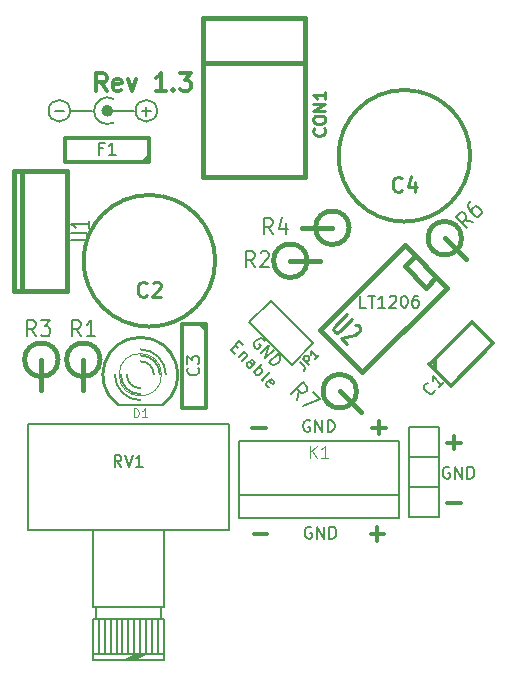
<source format=gto>
G04 (created by PCBNEW (2013-07-07 BZR 4022)-stable) date 14/09/2014 21:51:55*
%MOIN*%
G04 Gerber Fmt 3.4, Leading zero omitted, Abs format*
%FSLAX34Y34*%
G01*
G70*
G90*
G04 APERTURE LIST*
%ADD10C,0.00590551*%
%ADD11C,0.00787402*%
%ADD12C,0.019685*%
%ADD13C,0.011811*%
%ADD14C,0.015*%
%ADD15C,0.006*%
%ADD16C,0.008*%
%ADD17C,0.003*%
%ADD18C,0.01*%
%ADD19C,0.012*%
%ADD20C,0.0035*%
%ADD21C,0.01125*%
G04 APERTURE END LIST*
G54D10*
X48950Y-27709D02*
X49249Y-27709D01*
X51850Y-27709D02*
X52149Y-27709D01*
X52000Y-27859D02*
X52000Y-27559D01*
G54D11*
X49460Y-27700D02*
G75*
G03X49460Y-27700I-360J0D01*
G74*
G01*
X52360Y-27700D02*
G75*
G03X52360Y-27700I-360J0D01*
G74*
G01*
X50900Y-27700D02*
X51600Y-27700D01*
X50200Y-27700D02*
X49500Y-27700D01*
G54D12*
X50800Y-27700D02*
G75*
G03X50800Y-27700I-100J0D01*
G74*
G01*
G54D11*
X50912Y-27306D02*
G75*
G03X50900Y-28099I-212J-393D01*
G74*
G01*
G54D13*
X50676Y-27039D02*
X50479Y-26757D01*
X50339Y-27039D02*
X50339Y-26448D01*
X50564Y-26448D01*
X50620Y-26476D01*
X50648Y-26504D01*
X50676Y-26560D01*
X50676Y-26645D01*
X50648Y-26701D01*
X50620Y-26729D01*
X50564Y-26757D01*
X50339Y-26757D01*
X51154Y-27010D02*
X51098Y-27039D01*
X50986Y-27039D01*
X50929Y-27010D01*
X50901Y-26954D01*
X50901Y-26729D01*
X50929Y-26673D01*
X50986Y-26645D01*
X51098Y-26645D01*
X51154Y-26673D01*
X51182Y-26729D01*
X51182Y-26785D01*
X50901Y-26842D01*
X51379Y-26645D02*
X51520Y-27039D01*
X51660Y-26645D01*
X52645Y-27039D02*
X52307Y-27039D01*
X52476Y-27039D02*
X52476Y-26448D01*
X52420Y-26532D01*
X52364Y-26589D01*
X52307Y-26617D01*
X52898Y-26982D02*
X52926Y-27010D01*
X52898Y-27039D01*
X52870Y-27010D01*
X52898Y-26982D01*
X52898Y-27039D01*
X53123Y-26448D02*
X53488Y-26448D01*
X53292Y-26673D01*
X53376Y-26673D01*
X53432Y-26701D01*
X53460Y-26729D01*
X53488Y-26785D01*
X53488Y-26926D01*
X53460Y-26982D01*
X53432Y-27010D01*
X53376Y-27039D01*
X53207Y-27039D01*
X53151Y-27010D01*
X53123Y-26982D01*
G54D10*
X59321Y-34259D02*
X59134Y-34259D01*
X59134Y-33865D01*
X59396Y-33865D02*
X59621Y-33865D01*
X59509Y-34259D02*
X59509Y-33865D01*
X59959Y-34259D02*
X59734Y-34259D01*
X59846Y-34259D02*
X59846Y-33865D01*
X59809Y-33921D01*
X59771Y-33959D01*
X59734Y-33978D01*
X60109Y-33903D02*
X60128Y-33884D01*
X60165Y-33865D01*
X60259Y-33865D01*
X60296Y-33884D01*
X60315Y-33903D01*
X60334Y-33940D01*
X60334Y-33978D01*
X60315Y-34034D01*
X60090Y-34259D01*
X60334Y-34259D01*
X60578Y-33865D02*
X60615Y-33865D01*
X60653Y-33884D01*
X60671Y-33903D01*
X60690Y-33940D01*
X60709Y-34015D01*
X60709Y-34109D01*
X60690Y-34184D01*
X60671Y-34221D01*
X60653Y-34240D01*
X60615Y-34259D01*
X60578Y-34259D01*
X60540Y-34240D01*
X60521Y-34221D01*
X60503Y-34184D01*
X60484Y-34109D01*
X60484Y-34015D01*
X60503Y-33940D01*
X60521Y-33903D01*
X60540Y-33884D01*
X60578Y-33865D01*
X61046Y-33865D02*
X60971Y-33865D01*
X60934Y-33884D01*
X60915Y-33903D01*
X60878Y-33959D01*
X60859Y-34034D01*
X60859Y-34184D01*
X60878Y-34221D01*
X60896Y-34240D01*
X60934Y-34259D01*
X61009Y-34259D01*
X61046Y-34240D01*
X61065Y-34221D01*
X61084Y-34184D01*
X61084Y-34090D01*
X61065Y-34053D01*
X61046Y-34034D01*
X61009Y-34015D01*
X60934Y-34015D01*
X60896Y-34034D01*
X60878Y-34053D01*
X60859Y-34090D01*
X55940Y-35385D02*
X55927Y-35345D01*
X55887Y-35305D01*
X55834Y-35279D01*
X55781Y-35279D01*
X55741Y-35292D01*
X55675Y-35332D01*
X55635Y-35372D01*
X55595Y-35438D01*
X55582Y-35478D01*
X55582Y-35531D01*
X55608Y-35584D01*
X55635Y-35610D01*
X55688Y-35637D01*
X55714Y-35637D01*
X55807Y-35544D01*
X55754Y-35491D01*
X55807Y-35783D02*
X56086Y-35504D01*
X55966Y-35942D01*
X56245Y-35663D01*
X56099Y-36074D02*
X56377Y-35796D01*
X56444Y-35862D01*
X56470Y-35915D01*
X56470Y-35968D01*
X56457Y-36008D01*
X56417Y-36074D01*
X56377Y-36114D01*
X56311Y-36154D01*
X56271Y-36167D01*
X56218Y-36167D01*
X56165Y-36141D01*
X56099Y-36074D01*
X54971Y-35518D02*
X55064Y-35611D01*
X54958Y-35797D02*
X54826Y-35664D01*
X55104Y-35386D01*
X55237Y-35518D01*
X55263Y-35730D02*
X55078Y-35916D01*
X55237Y-35757D02*
X55263Y-35757D01*
X55303Y-35770D01*
X55343Y-35810D01*
X55356Y-35850D01*
X55343Y-35889D01*
X55197Y-36035D01*
X55449Y-36287D02*
X55595Y-36141D01*
X55608Y-36101D01*
X55595Y-36062D01*
X55541Y-36009D01*
X55502Y-35995D01*
X55462Y-36274D02*
X55422Y-36261D01*
X55356Y-36194D01*
X55343Y-36154D01*
X55356Y-36115D01*
X55382Y-36088D01*
X55422Y-36075D01*
X55462Y-36088D01*
X55528Y-36154D01*
X55568Y-36168D01*
X55581Y-36420D02*
X55860Y-36141D01*
X55754Y-36247D02*
X55793Y-36261D01*
X55846Y-36314D01*
X55860Y-36353D01*
X55860Y-36380D01*
X55846Y-36420D01*
X55767Y-36499D01*
X55727Y-36512D01*
X55701Y-36512D01*
X55661Y-36499D01*
X55608Y-36446D01*
X55595Y-36406D01*
X55873Y-36711D02*
X55860Y-36671D01*
X55873Y-36632D01*
X56112Y-36393D01*
X56098Y-36910D02*
X56058Y-36897D01*
X56005Y-36844D01*
X55992Y-36804D01*
X56005Y-36764D01*
X56112Y-36658D01*
X56151Y-36645D01*
X56191Y-36658D01*
X56244Y-36711D01*
X56257Y-36751D01*
X56244Y-36791D01*
X56218Y-36817D01*
X56058Y-36711D01*
G54D13*
X62025Y-40764D02*
X62474Y-40764D01*
G54D10*
X62100Y-39584D02*
X62062Y-39565D01*
X62006Y-39565D01*
X61950Y-39584D01*
X61912Y-39621D01*
X61893Y-39659D01*
X61875Y-39734D01*
X61875Y-39790D01*
X61893Y-39865D01*
X61912Y-39903D01*
X61950Y-39940D01*
X62006Y-39959D01*
X62043Y-39959D01*
X62100Y-39940D01*
X62118Y-39921D01*
X62118Y-39790D01*
X62043Y-39790D01*
X62287Y-39959D02*
X62287Y-39565D01*
X62512Y-39959D01*
X62512Y-39565D01*
X62699Y-39959D02*
X62699Y-39565D01*
X62793Y-39565D01*
X62849Y-39584D01*
X62887Y-39621D01*
X62906Y-39659D01*
X62924Y-39734D01*
X62924Y-39790D01*
X62906Y-39865D01*
X62887Y-39903D01*
X62849Y-39940D01*
X62793Y-39959D01*
X62699Y-39959D01*
G54D13*
X62025Y-38764D02*
X62474Y-38764D01*
X62250Y-38989D02*
X62250Y-38539D01*
X55525Y-38264D02*
X55974Y-38264D01*
G54D10*
X57450Y-38034D02*
X57412Y-38015D01*
X57356Y-38015D01*
X57300Y-38034D01*
X57262Y-38071D01*
X57243Y-38109D01*
X57225Y-38184D01*
X57225Y-38240D01*
X57243Y-38315D01*
X57262Y-38353D01*
X57300Y-38390D01*
X57356Y-38409D01*
X57393Y-38409D01*
X57450Y-38390D01*
X57468Y-38371D01*
X57468Y-38240D01*
X57393Y-38240D01*
X57637Y-38409D02*
X57637Y-38015D01*
X57862Y-38409D01*
X57862Y-38015D01*
X58049Y-38409D02*
X58049Y-38015D01*
X58143Y-38015D01*
X58199Y-38034D01*
X58237Y-38071D01*
X58256Y-38109D01*
X58274Y-38184D01*
X58274Y-38240D01*
X58256Y-38315D01*
X58237Y-38353D01*
X58199Y-38390D01*
X58143Y-38409D01*
X58049Y-38409D01*
G54D13*
X59525Y-38264D02*
X59974Y-38264D01*
X59750Y-38489D02*
X59750Y-38039D01*
X55575Y-41814D02*
X56024Y-41814D01*
G54D10*
X57500Y-41584D02*
X57462Y-41565D01*
X57406Y-41565D01*
X57350Y-41584D01*
X57312Y-41621D01*
X57293Y-41659D01*
X57275Y-41734D01*
X57275Y-41790D01*
X57293Y-41865D01*
X57312Y-41903D01*
X57350Y-41940D01*
X57406Y-41959D01*
X57443Y-41959D01*
X57500Y-41940D01*
X57518Y-41921D01*
X57518Y-41790D01*
X57443Y-41790D01*
X57687Y-41959D02*
X57687Y-41565D01*
X57912Y-41959D01*
X57912Y-41565D01*
X58099Y-41959D02*
X58099Y-41565D01*
X58193Y-41565D01*
X58249Y-41584D01*
X58287Y-41621D01*
X58306Y-41659D01*
X58324Y-41734D01*
X58324Y-41790D01*
X58306Y-41865D01*
X58287Y-41903D01*
X58249Y-41940D01*
X58193Y-41959D01*
X58099Y-41959D01*
G54D13*
X59475Y-41814D02*
X59924Y-41814D01*
X59700Y-42039D02*
X59700Y-41589D01*
G54D10*
X59226Y-40492D02*
X56273Y-40492D01*
X59226Y-41279D02*
X56273Y-41279D01*
X56273Y-41279D02*
X55092Y-41279D01*
X55092Y-41279D02*
X55092Y-40492D01*
X60407Y-40492D02*
X60407Y-41279D01*
X60407Y-41279D02*
X59226Y-41279D01*
X56273Y-40492D02*
X55092Y-40492D01*
X55092Y-40492D02*
X55092Y-38720D01*
X55092Y-38720D02*
X60407Y-38720D01*
X60407Y-38720D02*
X60407Y-40492D01*
X60407Y-40492D02*
X59226Y-40492D01*
G54D14*
X47850Y-33700D02*
X47600Y-33700D01*
X47600Y-33700D02*
X47600Y-29700D01*
X47600Y-29700D02*
X47850Y-29700D01*
X49350Y-33700D02*
X47850Y-33700D01*
X47850Y-33700D02*
X47850Y-29700D01*
X47850Y-29700D02*
X49350Y-29700D01*
X49350Y-29700D02*
X49350Y-33700D01*
X61946Y-31946D02*
X62653Y-32653D01*
X62505Y-31946D02*
G75*
G03X62505Y-31946I-559J0D01*
G74*
G01*
X58446Y-37046D02*
X59153Y-37753D01*
X59005Y-37046D02*
G75*
G03X59005Y-37046I-559J0D01*
G74*
G01*
X58200Y-31600D02*
X57200Y-31600D01*
X58759Y-31600D02*
G75*
G03X58759Y-31600I-559J0D01*
G74*
G01*
X56800Y-32700D02*
X57800Y-32700D01*
X57359Y-32700D02*
G75*
G03X57359Y-32700I-559J0D01*
G74*
G01*
X48500Y-36000D02*
X48500Y-37000D01*
X49059Y-36000D02*
G75*
G03X49059Y-36000I-559J0D01*
G74*
G01*
X49900Y-36000D02*
X49900Y-37000D01*
X50459Y-36000D02*
G75*
G03X50459Y-36000I-559J0D01*
G74*
G01*
G54D15*
X61750Y-39250D02*
X60750Y-39250D01*
X60750Y-38250D02*
X61750Y-38250D01*
X60750Y-39250D02*
X60750Y-38250D01*
X61750Y-38250D02*
X61750Y-39250D01*
X61750Y-40250D02*
X60750Y-40250D01*
X60750Y-39250D02*
X61750Y-39250D01*
X60750Y-40250D02*
X60750Y-39250D01*
X61750Y-39250D02*
X61750Y-40250D01*
X61750Y-41250D02*
X60750Y-41250D01*
X60750Y-40250D02*
X61750Y-40250D01*
X60750Y-41250D02*
X60750Y-40250D01*
X61750Y-40250D02*
X61750Y-41250D01*
G54D16*
X51050Y-37520D02*
X52550Y-37520D01*
G54D17*
X52507Y-36500D02*
G75*
G03X52507Y-36500I-707J0D01*
G74*
G01*
G54D18*
X52550Y-37499D02*
G75*
G03X51049Y-37499I-750J999D01*
G74*
G01*
G54D15*
X52250Y-36500D02*
G75*
G03X51800Y-36050I-450J0D01*
G74*
G01*
X51350Y-36500D02*
G75*
G03X51800Y-36950I450J0D01*
G74*
G01*
X52450Y-36500D02*
G75*
G03X51800Y-35850I-650J0D01*
G74*
G01*
X51150Y-36500D02*
G75*
G03X51800Y-37150I650J0D01*
G74*
G01*
X52650Y-36500D02*
G75*
G03X51800Y-35650I-850J0D01*
G74*
G01*
X50950Y-36500D02*
G75*
G03X51800Y-37350I850J0D01*
G74*
G01*
G54D14*
X57300Y-24900D02*
X57300Y-24600D01*
X57300Y-24600D02*
X53900Y-24600D01*
X53900Y-24600D02*
X53900Y-24900D01*
X57300Y-26100D02*
X53900Y-26100D01*
X57300Y-29900D02*
X53900Y-29900D01*
X53900Y-24900D02*
X53900Y-29900D01*
X57300Y-24900D02*
X57300Y-29900D01*
X61667Y-33239D02*
X61314Y-33592D01*
X61314Y-33592D02*
X60607Y-32885D01*
X60607Y-32885D02*
X60960Y-32532D01*
X62021Y-33592D02*
X59192Y-36421D01*
X59192Y-36421D02*
X57778Y-35007D01*
X57778Y-35007D02*
X60607Y-32178D01*
X60607Y-32178D02*
X62021Y-33592D01*
G54D19*
X54295Y-32700D02*
G75*
G03X54295Y-32700I-2195J0D01*
G74*
G01*
X62795Y-29200D02*
G75*
G03X62795Y-29200I-2195J0D01*
G74*
G01*
X52100Y-29400D02*
X49300Y-29400D01*
X49300Y-29400D02*
X49300Y-28600D01*
X49300Y-28600D02*
X52100Y-28600D01*
X52100Y-28600D02*
X52100Y-29400D01*
X52100Y-29200D02*
X51900Y-29400D01*
X54000Y-34800D02*
X54000Y-37600D01*
X54000Y-37600D02*
X53200Y-37600D01*
X53200Y-37600D02*
X53200Y-34800D01*
X53200Y-34800D02*
X54000Y-34800D01*
X53800Y-34800D02*
X54000Y-35000D01*
X61453Y-36139D02*
X62853Y-34739D01*
X62853Y-34739D02*
X63560Y-35446D01*
X63560Y-35446D02*
X62146Y-36860D01*
X62146Y-36860D02*
X61439Y-36153D01*
X61616Y-36330D02*
X61616Y-35976D01*
G54D10*
X52384Y-45810D02*
X52384Y-44629D01*
X52187Y-45810D02*
X52187Y-44629D01*
X51990Y-45810D02*
X51990Y-44629D01*
X51793Y-45810D02*
X51793Y-44629D01*
X51596Y-45810D02*
X51596Y-44629D01*
X51400Y-45810D02*
X51400Y-44629D01*
X51203Y-45810D02*
X51203Y-44629D01*
X51006Y-44629D02*
X51006Y-45810D01*
X50809Y-44629D02*
X50809Y-45810D01*
X50612Y-44629D02*
X50612Y-45810D01*
X50415Y-44629D02*
X50415Y-45810D01*
X52581Y-44235D02*
X52581Y-41676D01*
X52581Y-44629D02*
X52581Y-46007D01*
X50218Y-44629D02*
X50218Y-46007D01*
X50218Y-44235D02*
X50218Y-41676D01*
X50317Y-44235D02*
X50317Y-44629D01*
X52482Y-44235D02*
X52482Y-44629D01*
X50218Y-44235D02*
X52581Y-44235D01*
X50218Y-44629D02*
X52581Y-44629D01*
X51400Y-46007D02*
X51793Y-45810D01*
X51498Y-46007D02*
X51892Y-45810D01*
X51596Y-46007D02*
X51990Y-45810D01*
X51695Y-45810D02*
X51301Y-46007D01*
X50218Y-45810D02*
X52581Y-45810D01*
X50218Y-46007D02*
X52581Y-46007D01*
X51400Y-41676D02*
X54746Y-41676D01*
X54746Y-41676D02*
X54746Y-38133D01*
X54746Y-38133D02*
X48053Y-38133D01*
X48053Y-38133D02*
X48053Y-41676D01*
X48053Y-41676D02*
X51400Y-41676D01*
G54D15*
X55439Y-34746D02*
X56146Y-34039D01*
X56146Y-34039D02*
X57560Y-35453D01*
X57560Y-35453D02*
X56853Y-36160D01*
X56853Y-36160D02*
X55439Y-34746D01*
G54D20*
X57454Y-39261D02*
X57454Y-38861D01*
X57683Y-39261D02*
X57511Y-39033D01*
X57683Y-38861D02*
X57454Y-39090D01*
X58064Y-39261D02*
X57835Y-39261D01*
X57950Y-39261D02*
X57950Y-38861D01*
X57911Y-38919D01*
X57873Y-38957D01*
X57835Y-38976D01*
G54D16*
X49492Y-32004D02*
X49978Y-32004D01*
X50035Y-31985D01*
X50064Y-31966D01*
X50092Y-31928D01*
X50092Y-31852D01*
X50064Y-31814D01*
X50035Y-31795D01*
X49978Y-31776D01*
X49492Y-31776D01*
X50092Y-31376D02*
X50092Y-31604D01*
X50092Y-31490D02*
X49492Y-31490D01*
X49578Y-31528D01*
X49635Y-31566D01*
X49664Y-31604D01*
X62898Y-31416D02*
X62595Y-31348D01*
X62696Y-31618D02*
X62307Y-31229D01*
X62442Y-31094D01*
X62494Y-31079D01*
X62529Y-31081D01*
X62583Y-31101D01*
X62639Y-31157D01*
X62659Y-31210D01*
X62661Y-31246D01*
X62645Y-31298D01*
X62511Y-31433D01*
X62812Y-30724D02*
X62745Y-30791D01*
X62730Y-30843D01*
X62731Y-30879D01*
X62753Y-30968D01*
X62810Y-31059D01*
X62959Y-31207D01*
X63012Y-31227D01*
X63048Y-31229D01*
X63100Y-31214D01*
X63167Y-31146D01*
X63183Y-31094D01*
X63181Y-31059D01*
X63161Y-31005D01*
X63068Y-30912D01*
X63014Y-30892D01*
X62979Y-30891D01*
X62927Y-30906D01*
X62859Y-30973D01*
X62844Y-31025D01*
X62846Y-31061D01*
X62866Y-31114D01*
X57033Y-37348D02*
X57101Y-37045D01*
X56831Y-37146D02*
X57220Y-36757D01*
X57355Y-36892D01*
X57370Y-36944D01*
X57368Y-36979D01*
X57348Y-37033D01*
X57292Y-37089D01*
X57239Y-37109D01*
X57203Y-37111D01*
X57151Y-37095D01*
X57016Y-36961D01*
X57540Y-37077D02*
X57776Y-37313D01*
X57235Y-37550D01*
X56216Y-31822D02*
X56050Y-31560D01*
X55930Y-31822D02*
X55930Y-31272D01*
X56121Y-31272D01*
X56169Y-31298D01*
X56192Y-31325D01*
X56216Y-31377D01*
X56216Y-31455D01*
X56192Y-31508D01*
X56169Y-31534D01*
X56121Y-31560D01*
X55930Y-31560D01*
X56645Y-31455D02*
X56645Y-31822D01*
X56526Y-31246D02*
X56407Y-31639D01*
X56716Y-31639D01*
X55616Y-32922D02*
X55450Y-32660D01*
X55330Y-32922D02*
X55330Y-32372D01*
X55521Y-32372D01*
X55569Y-32398D01*
X55592Y-32425D01*
X55616Y-32477D01*
X55616Y-32555D01*
X55592Y-32608D01*
X55569Y-32634D01*
X55521Y-32660D01*
X55330Y-32660D01*
X55807Y-32425D02*
X55830Y-32398D01*
X55878Y-32372D01*
X55997Y-32372D01*
X56045Y-32398D01*
X56069Y-32425D01*
X56092Y-32477D01*
X56092Y-32529D01*
X56069Y-32608D01*
X55783Y-32922D01*
X56092Y-32922D01*
X48316Y-35222D02*
X48150Y-34960D01*
X48030Y-35222D02*
X48030Y-34672D01*
X48221Y-34672D01*
X48269Y-34698D01*
X48292Y-34725D01*
X48316Y-34777D01*
X48316Y-34855D01*
X48292Y-34908D01*
X48269Y-34934D01*
X48221Y-34960D01*
X48030Y-34960D01*
X48483Y-34672D02*
X48792Y-34672D01*
X48626Y-34882D01*
X48697Y-34882D01*
X48745Y-34908D01*
X48769Y-34934D01*
X48792Y-34986D01*
X48792Y-35117D01*
X48769Y-35170D01*
X48745Y-35196D01*
X48697Y-35222D01*
X48554Y-35222D01*
X48507Y-35196D01*
X48483Y-35170D01*
X49816Y-35222D02*
X49650Y-34960D01*
X49530Y-35222D02*
X49530Y-34672D01*
X49721Y-34672D01*
X49769Y-34698D01*
X49792Y-34725D01*
X49816Y-34777D01*
X49816Y-34855D01*
X49792Y-34908D01*
X49769Y-34934D01*
X49721Y-34960D01*
X49530Y-34960D01*
X50292Y-35222D02*
X50007Y-35222D01*
X50150Y-35222D02*
X50150Y-34672D01*
X50102Y-34751D01*
X50054Y-34803D01*
X50007Y-34829D01*
G54D20*
X51578Y-37921D02*
X51578Y-37621D01*
X51650Y-37621D01*
X51692Y-37635D01*
X51721Y-37664D01*
X51735Y-37692D01*
X51750Y-37750D01*
X51750Y-37792D01*
X51735Y-37850D01*
X51721Y-37878D01*
X51692Y-37907D01*
X51650Y-37921D01*
X51578Y-37921D01*
X52035Y-37921D02*
X51864Y-37921D01*
X51950Y-37921D02*
X51950Y-37621D01*
X51921Y-37664D01*
X51892Y-37692D01*
X51864Y-37707D01*
G54D18*
X57923Y-28285D02*
X57942Y-28304D01*
X57961Y-28361D01*
X57961Y-28400D01*
X57942Y-28457D01*
X57904Y-28495D01*
X57866Y-28514D01*
X57790Y-28533D01*
X57733Y-28533D01*
X57657Y-28514D01*
X57619Y-28495D01*
X57580Y-28457D01*
X57561Y-28400D01*
X57561Y-28361D01*
X57580Y-28304D01*
X57600Y-28285D01*
X57561Y-28038D02*
X57561Y-27961D01*
X57580Y-27923D01*
X57619Y-27885D01*
X57695Y-27866D01*
X57828Y-27866D01*
X57904Y-27885D01*
X57942Y-27923D01*
X57961Y-27961D01*
X57961Y-28038D01*
X57942Y-28076D01*
X57904Y-28114D01*
X57828Y-28133D01*
X57695Y-28133D01*
X57619Y-28114D01*
X57580Y-28076D01*
X57561Y-28038D01*
X57961Y-27695D02*
X57561Y-27695D01*
X57961Y-27466D01*
X57561Y-27466D01*
X57961Y-27066D02*
X57961Y-27295D01*
X57961Y-27180D02*
X57561Y-27180D01*
X57619Y-27219D01*
X57657Y-27257D01*
X57676Y-27295D01*
G54D21*
X58679Y-34470D02*
X58278Y-34870D01*
X58246Y-34933D01*
X58238Y-34971D01*
X58245Y-35025D01*
X58305Y-35086D01*
X58359Y-35092D01*
X58398Y-35084D01*
X58460Y-35052D01*
X58861Y-34651D01*
X58950Y-34835D02*
X58989Y-34826D01*
X59043Y-34833D01*
X59118Y-34909D01*
X59125Y-34963D01*
X59117Y-35002D01*
X59085Y-35064D01*
X59038Y-35111D01*
X58952Y-35167D01*
X58487Y-35268D01*
X58684Y-35465D01*
G54D19*
G54D18*
X52016Y-33854D02*
X51992Y-33878D01*
X51921Y-33902D01*
X51873Y-33902D01*
X51802Y-33878D01*
X51754Y-33830D01*
X51730Y-33783D01*
X51707Y-33688D01*
X51707Y-33616D01*
X51730Y-33521D01*
X51754Y-33473D01*
X51802Y-33426D01*
X51873Y-33402D01*
X51921Y-33402D01*
X51992Y-33426D01*
X52016Y-33450D01*
X52207Y-33450D02*
X52230Y-33426D01*
X52278Y-33402D01*
X52397Y-33402D01*
X52445Y-33426D01*
X52469Y-33450D01*
X52492Y-33497D01*
X52492Y-33545D01*
X52469Y-33616D01*
X52183Y-33902D01*
X52492Y-33902D01*
X60516Y-30354D02*
X60492Y-30378D01*
X60421Y-30402D01*
X60373Y-30402D01*
X60302Y-30378D01*
X60254Y-30330D01*
X60230Y-30283D01*
X60207Y-30188D01*
X60207Y-30116D01*
X60230Y-30021D01*
X60254Y-29973D01*
X60302Y-29926D01*
X60373Y-29902D01*
X60421Y-29902D01*
X60492Y-29926D01*
X60516Y-29950D01*
X60945Y-30069D02*
X60945Y-30402D01*
X60826Y-29878D02*
X60707Y-30235D01*
X61016Y-30235D01*
G54D16*
X50566Y-28952D02*
X50433Y-28952D01*
X50433Y-29161D02*
X50433Y-28761D01*
X50623Y-28761D01*
X50985Y-29161D02*
X50757Y-29161D01*
X50871Y-29161D02*
X50871Y-28761D01*
X50833Y-28819D01*
X50795Y-28857D01*
X50757Y-28876D01*
X53723Y-36266D02*
X53742Y-36285D01*
X53761Y-36342D01*
X53761Y-36380D01*
X53742Y-36438D01*
X53704Y-36476D01*
X53666Y-36495D01*
X53590Y-36514D01*
X53533Y-36514D01*
X53457Y-36495D01*
X53419Y-36476D01*
X53380Y-36438D01*
X53361Y-36380D01*
X53361Y-36342D01*
X53380Y-36285D01*
X53400Y-36266D01*
X53361Y-36133D02*
X53361Y-35885D01*
X53514Y-36019D01*
X53514Y-35961D01*
X53533Y-35923D01*
X53552Y-35904D01*
X53590Y-35885D01*
X53685Y-35885D01*
X53723Y-35904D01*
X53742Y-35923D01*
X53761Y-35961D01*
X53761Y-36076D01*
X53742Y-36114D01*
X53723Y-36133D01*
X61621Y-36995D02*
X61621Y-37022D01*
X61594Y-37076D01*
X61567Y-37103D01*
X61513Y-37130D01*
X61459Y-37130D01*
X61419Y-37116D01*
X61351Y-37076D01*
X61311Y-37035D01*
X61270Y-36968D01*
X61257Y-36928D01*
X61257Y-36874D01*
X61284Y-36820D01*
X61311Y-36793D01*
X61365Y-36766D01*
X61392Y-36766D01*
X61917Y-36752D02*
X61755Y-36914D01*
X61836Y-36833D02*
X61553Y-36550D01*
X61567Y-36618D01*
X61567Y-36672D01*
X61553Y-36712D01*
G54D10*
X51165Y-39571D02*
X51034Y-39384D01*
X50940Y-39571D02*
X50940Y-39178D01*
X51090Y-39178D01*
X51128Y-39197D01*
X51146Y-39215D01*
X51165Y-39253D01*
X51165Y-39309D01*
X51146Y-39346D01*
X51128Y-39365D01*
X51090Y-39384D01*
X50940Y-39384D01*
X51278Y-39178D02*
X51409Y-39571D01*
X51540Y-39178D01*
X51878Y-39571D02*
X51653Y-39571D01*
X51765Y-39571D02*
X51765Y-39178D01*
X51728Y-39234D01*
X51690Y-39271D01*
X51653Y-39290D01*
G54D15*
X57116Y-36069D02*
X57267Y-36221D01*
X57287Y-36261D01*
X57287Y-36302D01*
X57267Y-36342D01*
X57247Y-36362D01*
X57429Y-36180D02*
X57217Y-35968D01*
X57298Y-35887D01*
X57328Y-35877D01*
X57348Y-35877D01*
X57378Y-35887D01*
X57409Y-35918D01*
X57419Y-35948D01*
X57419Y-35968D01*
X57409Y-35999D01*
X57328Y-36079D01*
X57752Y-35857D02*
X57631Y-35978D01*
X57691Y-35918D02*
X57479Y-35706D01*
X57489Y-35756D01*
X57489Y-35797D01*
X57479Y-35827D01*
M02*

</source>
